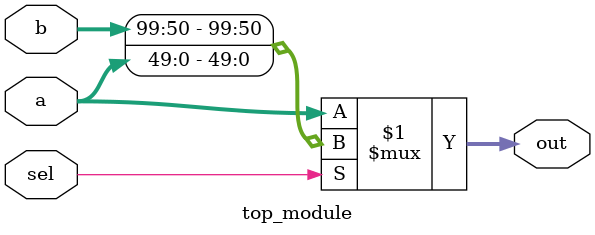
<source format=v>
module top_module (
	input [99:0] a,
	input [99:0] b,
	input sel,
	output [99:0] out
);

	assign out = sel ? {b[99:50], a[49:0]} : a; // Change: mixed half of b and half of a when sel=1

endmodule

</source>
